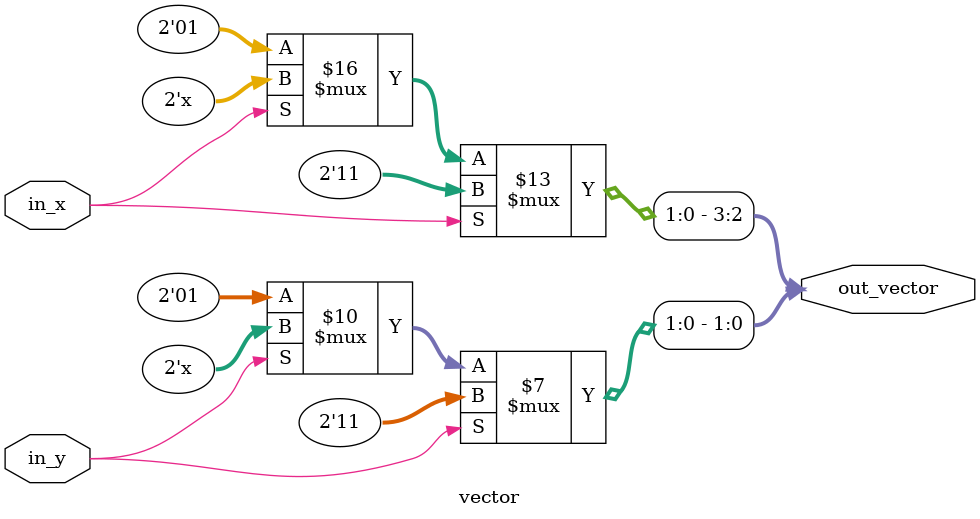
<source format=v>
module vector(
    out_vector,
    in_x,
    in_y
);

output[3:0] out_vector;
reg[3:0] out_vector;
input in_x, in_y;

always @ (in_x or in_y)
begin
    if(in_x == 0)begin
        out_vector[3:2] = 2'b01;
    end
    if(in_x == 1)begin
        out_vector[3:2] = 2'b11;
    end

    if(in_y == 0)begin
        out_vector[1:0] = 2'b01;
    end
    if(in_y == 1)begin
        out_vector[1:0] = 2'b11;
    end
end

endmodule // vector

</source>
